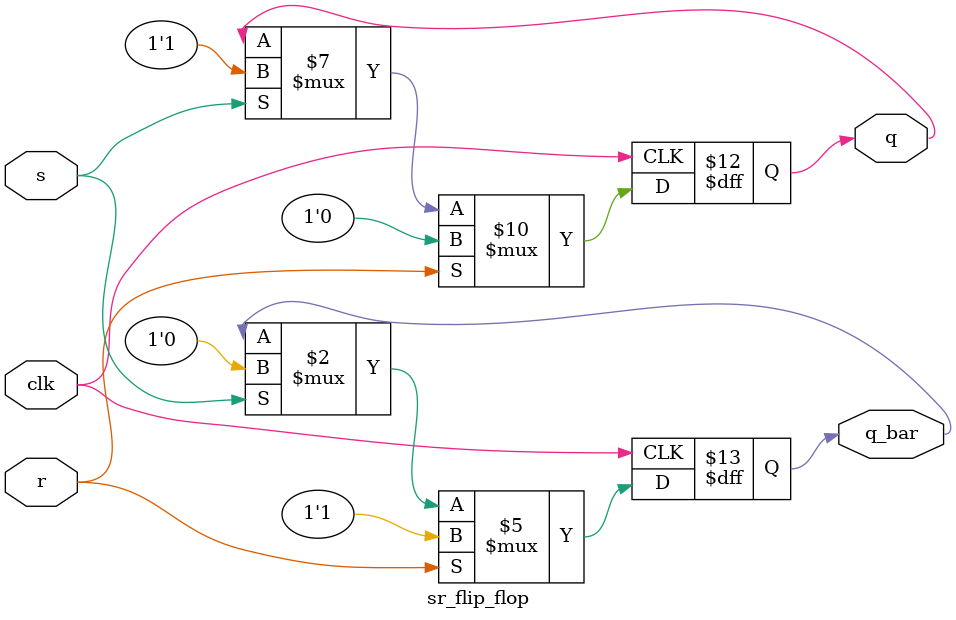
<source format=v>
module sr_flip_flop(
    input s,       
    input r,       
    input clk,     
    output reg q,  
    output reg q_bar 
);

    always @(posedge clk)
    begin
        if (r)
        begin
            q <= 1'b0;     
            q_bar <= 1'b1; 
        end
        else if (s)
        begin
            q <= 1'b1;     
            q_bar <= 1'b0; 
        end
    end

endmodule
</source>
